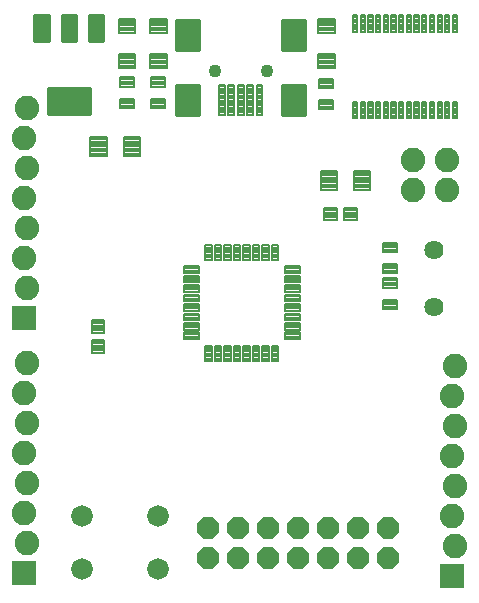
<source format=gts>
G75*
G70*
%OFA0B0*%
%FSLAX24Y24*%
%IPPOS*%
%LPD*%
%AMOC8*
5,1,8,0,0,1.08239X$1,22.5*
%
%ADD10C,0.0081*%
%ADD11C,0.0640*%
%ADD12C,0.0083*%
%ADD13C,0.0080*%
%ADD14C,0.0083*%
%ADD15C,0.0087*%
%ADD16C,0.0434*%
%ADD17C,0.0084*%
%ADD18C,0.0085*%
%ADD19R,0.0820X0.0820*%
%ADD20C,0.0820*%
%ADD21OC8,0.0720*%
%ADD22C,0.0720*%
%ADD23C,0.0082*%
%ADD24C,0.0081*%
D10*
X006989Y008201D02*
X007209Y008201D01*
X006989Y008201D02*
X006989Y008701D01*
X007209Y008701D01*
X007209Y008201D01*
X007209Y008281D02*
X006989Y008281D01*
X006989Y008361D02*
X007209Y008361D01*
X007209Y008441D02*
X006989Y008441D01*
X006989Y008521D02*
X007209Y008521D01*
X007209Y008601D02*
X006989Y008601D01*
X006989Y008681D02*
X007209Y008681D01*
X007304Y008201D02*
X007524Y008201D01*
X007304Y008201D02*
X007304Y008701D01*
X007524Y008701D01*
X007524Y008201D01*
X007524Y008281D02*
X007304Y008281D01*
X007304Y008361D02*
X007524Y008361D01*
X007524Y008441D02*
X007304Y008441D01*
X007304Y008521D02*
X007524Y008521D01*
X007524Y008601D02*
X007304Y008601D01*
X007304Y008681D02*
X007524Y008681D01*
X007619Y008201D02*
X007839Y008201D01*
X007619Y008201D02*
X007619Y008701D01*
X007839Y008701D01*
X007839Y008201D01*
X007839Y008281D02*
X007619Y008281D01*
X007619Y008361D02*
X007839Y008361D01*
X007839Y008441D02*
X007619Y008441D01*
X007619Y008521D02*
X007839Y008521D01*
X007839Y008601D02*
X007619Y008601D01*
X007619Y008681D02*
X007839Y008681D01*
X007934Y008201D02*
X008154Y008201D01*
X007934Y008201D02*
X007934Y008701D01*
X008154Y008701D01*
X008154Y008201D01*
X008154Y008281D02*
X007934Y008281D01*
X007934Y008361D02*
X008154Y008361D01*
X008154Y008441D02*
X007934Y008441D01*
X007934Y008521D02*
X008154Y008521D01*
X008154Y008601D02*
X007934Y008601D01*
X007934Y008681D02*
X008154Y008681D01*
X008249Y008201D02*
X008469Y008201D01*
X008249Y008201D02*
X008249Y008701D01*
X008469Y008701D01*
X008469Y008201D01*
X008469Y008281D02*
X008249Y008281D01*
X008249Y008361D02*
X008469Y008361D01*
X008469Y008441D02*
X008249Y008441D01*
X008249Y008521D02*
X008469Y008521D01*
X008469Y008601D02*
X008249Y008601D01*
X008249Y008681D02*
X008469Y008681D01*
X008564Y008201D02*
X008784Y008201D01*
X008564Y008201D02*
X008564Y008701D01*
X008784Y008701D01*
X008784Y008201D01*
X008784Y008281D02*
X008564Y008281D01*
X008564Y008361D02*
X008784Y008361D01*
X008784Y008441D02*
X008564Y008441D01*
X008564Y008521D02*
X008784Y008521D01*
X008784Y008601D02*
X008564Y008601D01*
X008564Y008681D02*
X008784Y008681D01*
X008879Y008201D02*
X009099Y008201D01*
X008879Y008201D02*
X008879Y008701D01*
X009099Y008701D01*
X009099Y008201D01*
X009099Y008281D02*
X008879Y008281D01*
X008879Y008361D02*
X009099Y008361D01*
X009099Y008441D02*
X008879Y008441D01*
X008879Y008521D02*
X009099Y008521D01*
X009099Y008601D02*
X008879Y008601D01*
X008879Y008681D02*
X009099Y008681D01*
X009193Y008201D02*
X009413Y008201D01*
X009193Y008201D02*
X009193Y008701D01*
X009413Y008701D01*
X009413Y008201D01*
X009413Y008281D02*
X009193Y008281D01*
X009193Y008361D02*
X009413Y008361D01*
X009413Y008441D02*
X009193Y008441D01*
X009193Y008521D02*
X009413Y008521D01*
X009413Y008601D02*
X009193Y008601D01*
X009193Y008681D02*
X009413Y008681D01*
X009641Y008929D02*
X010141Y008929D01*
X009641Y008929D02*
X009641Y009149D01*
X010141Y009149D01*
X010141Y008929D01*
X010141Y009009D02*
X009641Y009009D01*
X009641Y009089D02*
X010141Y009089D01*
X010141Y009244D02*
X009641Y009244D01*
X009641Y009464D01*
X010141Y009464D01*
X010141Y009244D01*
X010141Y009324D02*
X009641Y009324D01*
X009641Y009404D02*
X010141Y009404D01*
X010141Y009559D02*
X009641Y009559D01*
X009641Y009779D01*
X010141Y009779D01*
X010141Y009559D01*
X010141Y009639D02*
X009641Y009639D01*
X009641Y009719D02*
X010141Y009719D01*
X010141Y009874D02*
X009641Y009874D01*
X009641Y010094D01*
X010141Y010094D01*
X010141Y009874D01*
X010141Y009954D02*
X009641Y009954D01*
X009641Y010034D02*
X010141Y010034D01*
X010141Y010189D02*
X009641Y010189D01*
X009641Y010409D01*
X010141Y010409D01*
X010141Y010189D01*
X010141Y010269D02*
X009641Y010269D01*
X009641Y010349D02*
X010141Y010349D01*
X010141Y010504D02*
X009641Y010504D01*
X009641Y010724D01*
X010141Y010724D01*
X010141Y010504D01*
X010141Y010584D02*
X009641Y010584D01*
X009641Y010664D02*
X010141Y010664D01*
X010141Y010819D02*
X009641Y010819D01*
X009641Y011039D01*
X010141Y011039D01*
X010141Y010819D01*
X010141Y010899D02*
X009641Y010899D01*
X009641Y010979D02*
X010141Y010979D01*
X010141Y011133D02*
X009641Y011133D01*
X009641Y011353D01*
X010141Y011353D01*
X010141Y011133D01*
X010141Y011213D02*
X009641Y011213D01*
X009641Y011293D02*
X010141Y011293D01*
X009413Y011581D02*
X009193Y011581D01*
X009193Y012081D01*
X009413Y012081D01*
X009413Y011581D01*
X009413Y011661D02*
X009193Y011661D01*
X009193Y011741D02*
X009413Y011741D01*
X009413Y011821D02*
X009193Y011821D01*
X009193Y011901D02*
X009413Y011901D01*
X009413Y011981D02*
X009193Y011981D01*
X009193Y012061D02*
X009413Y012061D01*
X009099Y011581D02*
X008879Y011581D01*
X008879Y012081D01*
X009099Y012081D01*
X009099Y011581D01*
X009099Y011661D02*
X008879Y011661D01*
X008879Y011741D02*
X009099Y011741D01*
X009099Y011821D02*
X008879Y011821D01*
X008879Y011901D02*
X009099Y011901D01*
X009099Y011981D02*
X008879Y011981D01*
X008879Y012061D02*
X009099Y012061D01*
X008784Y011581D02*
X008564Y011581D01*
X008564Y012081D01*
X008784Y012081D01*
X008784Y011581D01*
X008784Y011661D02*
X008564Y011661D01*
X008564Y011741D02*
X008784Y011741D01*
X008784Y011821D02*
X008564Y011821D01*
X008564Y011901D02*
X008784Y011901D01*
X008784Y011981D02*
X008564Y011981D01*
X008564Y012061D02*
X008784Y012061D01*
X008469Y011581D02*
X008249Y011581D01*
X008249Y012081D01*
X008469Y012081D01*
X008469Y011581D01*
X008469Y011661D02*
X008249Y011661D01*
X008249Y011741D02*
X008469Y011741D01*
X008469Y011821D02*
X008249Y011821D01*
X008249Y011901D02*
X008469Y011901D01*
X008469Y011981D02*
X008249Y011981D01*
X008249Y012061D02*
X008469Y012061D01*
X008154Y011581D02*
X007934Y011581D01*
X007934Y012081D01*
X008154Y012081D01*
X008154Y011581D01*
X008154Y011661D02*
X007934Y011661D01*
X007934Y011741D02*
X008154Y011741D01*
X008154Y011821D02*
X007934Y011821D01*
X007934Y011901D02*
X008154Y011901D01*
X008154Y011981D02*
X007934Y011981D01*
X007934Y012061D02*
X008154Y012061D01*
X007839Y011581D02*
X007619Y011581D01*
X007619Y012081D01*
X007839Y012081D01*
X007839Y011581D01*
X007839Y011661D02*
X007619Y011661D01*
X007619Y011741D02*
X007839Y011741D01*
X007839Y011821D02*
X007619Y011821D01*
X007619Y011901D02*
X007839Y011901D01*
X007839Y011981D02*
X007619Y011981D01*
X007619Y012061D02*
X007839Y012061D01*
X007524Y011581D02*
X007304Y011581D01*
X007304Y012081D01*
X007524Y012081D01*
X007524Y011581D01*
X007524Y011661D02*
X007304Y011661D01*
X007304Y011741D02*
X007524Y011741D01*
X007524Y011821D02*
X007304Y011821D01*
X007304Y011901D02*
X007524Y011901D01*
X007524Y011981D02*
X007304Y011981D01*
X007304Y012061D02*
X007524Y012061D01*
X007209Y011581D02*
X006989Y011581D01*
X006989Y012081D01*
X007209Y012081D01*
X007209Y011581D01*
X007209Y011661D02*
X006989Y011661D01*
X006989Y011741D02*
X007209Y011741D01*
X007209Y011821D02*
X006989Y011821D01*
X006989Y011901D02*
X007209Y011901D01*
X007209Y011981D02*
X006989Y011981D01*
X006989Y012061D02*
X007209Y012061D01*
X006761Y011133D02*
X006261Y011133D01*
X006261Y011353D01*
X006761Y011353D01*
X006761Y011133D01*
X006761Y011213D02*
X006261Y011213D01*
X006261Y011293D02*
X006761Y011293D01*
X006761Y010819D02*
X006261Y010819D01*
X006261Y011039D01*
X006761Y011039D01*
X006761Y010819D01*
X006761Y010899D02*
X006261Y010899D01*
X006261Y010979D02*
X006761Y010979D01*
X006761Y010504D02*
X006261Y010504D01*
X006261Y010724D01*
X006761Y010724D01*
X006761Y010504D01*
X006761Y010584D02*
X006261Y010584D01*
X006261Y010664D02*
X006761Y010664D01*
X006761Y010189D02*
X006261Y010189D01*
X006261Y010409D01*
X006761Y010409D01*
X006761Y010189D01*
X006761Y010269D02*
X006261Y010269D01*
X006261Y010349D02*
X006761Y010349D01*
X006761Y009874D02*
X006261Y009874D01*
X006261Y010094D01*
X006761Y010094D01*
X006761Y009874D01*
X006761Y009954D02*
X006261Y009954D01*
X006261Y010034D02*
X006761Y010034D01*
X006761Y009559D02*
X006261Y009559D01*
X006261Y009779D01*
X006761Y009779D01*
X006761Y009559D01*
X006761Y009639D02*
X006261Y009639D01*
X006261Y009719D02*
X006761Y009719D01*
X006761Y009244D02*
X006261Y009244D01*
X006261Y009464D01*
X006761Y009464D01*
X006761Y009244D01*
X006761Y009324D02*
X006261Y009324D01*
X006261Y009404D02*
X006761Y009404D01*
X006761Y008929D02*
X006261Y008929D01*
X006261Y009149D01*
X006761Y009149D01*
X006761Y008929D01*
X006761Y009009D02*
X006261Y009009D01*
X006261Y009089D02*
X006761Y009089D01*
D11*
X014621Y010011D03*
X014621Y011911D03*
D12*
X012906Y011829D02*
X012906Y012141D01*
X013376Y012141D01*
X013376Y011829D01*
X012906Y011829D01*
X012906Y011911D02*
X013376Y011911D01*
X013376Y011993D02*
X012906Y011993D01*
X012906Y012075D02*
X013376Y012075D01*
X012906Y011433D02*
X012906Y011121D01*
X012906Y011433D02*
X013376Y011433D01*
X013376Y011121D01*
X012906Y011121D01*
X012906Y011203D02*
X013376Y011203D01*
X013376Y011285D02*
X012906Y011285D01*
X012906Y011367D02*
X013376Y011367D01*
X012906Y010951D02*
X012906Y010639D01*
X012906Y010951D02*
X013376Y010951D01*
X013376Y010639D01*
X012906Y010639D01*
X012906Y010721D02*
X013376Y010721D01*
X013376Y010803D02*
X012906Y010803D01*
X012906Y010885D02*
X013376Y010885D01*
X012906Y010243D02*
X012906Y009931D01*
X012906Y010243D02*
X013376Y010243D01*
X013376Y009931D01*
X012906Y009931D01*
X012906Y010013D02*
X013376Y010013D01*
X013376Y010095D02*
X012906Y010095D01*
X012906Y010177D02*
X013376Y010177D01*
X010786Y016591D02*
X010786Y016903D01*
X011256Y016903D01*
X011256Y016591D01*
X010786Y016591D01*
X010786Y016673D02*
X011256Y016673D01*
X011256Y016755D02*
X010786Y016755D01*
X010786Y016837D02*
X011256Y016837D01*
X010786Y017299D02*
X010786Y017611D01*
X011256Y017611D01*
X011256Y017299D01*
X010786Y017299D01*
X010786Y017381D02*
X011256Y017381D01*
X011256Y017463D02*
X010786Y017463D01*
X010786Y017545D02*
X011256Y017545D01*
X005186Y017651D02*
X005186Y017339D01*
X005186Y017651D02*
X005656Y017651D01*
X005656Y017339D01*
X005186Y017339D01*
X005186Y017421D02*
X005656Y017421D01*
X005656Y017503D02*
X005186Y017503D01*
X005186Y017585D02*
X005656Y017585D01*
X005186Y016943D02*
X005186Y016631D01*
X005186Y016943D02*
X005656Y016943D01*
X005656Y016631D01*
X005186Y016631D01*
X005186Y016713D02*
X005656Y016713D01*
X005656Y016795D02*
X005186Y016795D01*
X005186Y016877D02*
X005656Y016877D01*
X004616Y016943D02*
X004616Y016631D01*
X004146Y016631D01*
X004146Y016943D01*
X004616Y016943D01*
X004616Y016713D02*
X004146Y016713D01*
X004146Y016795D02*
X004616Y016795D01*
X004616Y016877D02*
X004146Y016877D01*
X004616Y017339D02*
X004616Y017651D01*
X004616Y017339D02*
X004146Y017339D01*
X004146Y017651D01*
X004616Y017651D01*
X004616Y017421D02*
X004146Y017421D01*
X004146Y017503D02*
X004616Y017503D01*
X004616Y017585D02*
X004146Y017585D01*
D13*
X007433Y017389D02*
X007433Y016405D01*
X007433Y017389D02*
X007629Y017389D01*
X007629Y016405D01*
X007433Y016405D01*
X007433Y016484D02*
X007629Y016484D01*
X007629Y016563D02*
X007433Y016563D01*
X007433Y016642D02*
X007629Y016642D01*
X007629Y016721D02*
X007433Y016721D01*
X007433Y016800D02*
X007629Y016800D01*
X007629Y016879D02*
X007433Y016879D01*
X007433Y016958D02*
X007629Y016958D01*
X007629Y017037D02*
X007433Y017037D01*
X007433Y017116D02*
X007629Y017116D01*
X007629Y017195D02*
X007433Y017195D01*
X007433Y017274D02*
X007629Y017274D01*
X007629Y017353D02*
X007433Y017353D01*
X007748Y017389D02*
X007748Y016405D01*
X007748Y017389D02*
X007944Y017389D01*
X007944Y016405D01*
X007748Y016405D01*
X007748Y016484D02*
X007944Y016484D01*
X007944Y016563D02*
X007748Y016563D01*
X007748Y016642D02*
X007944Y016642D01*
X007944Y016721D02*
X007748Y016721D01*
X007748Y016800D02*
X007944Y016800D01*
X007944Y016879D02*
X007748Y016879D01*
X007748Y016958D02*
X007944Y016958D01*
X007944Y017037D02*
X007748Y017037D01*
X007748Y017116D02*
X007944Y017116D01*
X007944Y017195D02*
X007748Y017195D01*
X007748Y017274D02*
X007944Y017274D01*
X007944Y017353D02*
X007748Y017353D01*
X008063Y017389D02*
X008063Y016405D01*
X008063Y017389D02*
X008259Y017389D01*
X008259Y016405D01*
X008063Y016405D01*
X008063Y016484D02*
X008259Y016484D01*
X008259Y016563D02*
X008063Y016563D01*
X008063Y016642D02*
X008259Y016642D01*
X008259Y016721D02*
X008063Y016721D01*
X008063Y016800D02*
X008259Y016800D01*
X008259Y016879D02*
X008063Y016879D01*
X008063Y016958D02*
X008259Y016958D01*
X008259Y017037D02*
X008063Y017037D01*
X008063Y017116D02*
X008259Y017116D01*
X008259Y017195D02*
X008063Y017195D01*
X008063Y017274D02*
X008259Y017274D01*
X008259Y017353D02*
X008063Y017353D01*
X008378Y017389D02*
X008378Y016405D01*
X008378Y017389D02*
X008574Y017389D01*
X008574Y016405D01*
X008378Y016405D01*
X008378Y016484D02*
X008574Y016484D01*
X008574Y016563D02*
X008378Y016563D01*
X008378Y016642D02*
X008574Y016642D01*
X008574Y016721D02*
X008378Y016721D01*
X008378Y016800D02*
X008574Y016800D01*
X008574Y016879D02*
X008378Y016879D01*
X008378Y016958D02*
X008574Y016958D01*
X008574Y017037D02*
X008378Y017037D01*
X008378Y017116D02*
X008574Y017116D01*
X008574Y017195D02*
X008378Y017195D01*
X008378Y017274D02*
X008574Y017274D01*
X008574Y017353D02*
X008378Y017353D01*
X008693Y017389D02*
X008693Y016405D01*
X008693Y017389D02*
X008889Y017389D01*
X008889Y016405D01*
X008693Y016405D01*
X008693Y016484D02*
X008889Y016484D01*
X008889Y016563D02*
X008693Y016563D01*
X008693Y016642D02*
X008889Y016642D01*
X008889Y016721D02*
X008693Y016721D01*
X008693Y016800D02*
X008889Y016800D01*
X008889Y016879D02*
X008693Y016879D01*
X008693Y016958D02*
X008889Y016958D01*
X008889Y017037D02*
X008693Y017037D01*
X008693Y017116D02*
X008889Y017116D01*
X008889Y017195D02*
X008693Y017195D01*
X008693Y017274D02*
X008889Y017274D01*
X008889Y017353D02*
X008693Y017353D01*
X011910Y016847D02*
X012046Y016847D01*
X012046Y016297D01*
X011910Y016297D01*
X011910Y016847D01*
X011910Y016376D02*
X012046Y016376D01*
X012046Y016455D02*
X011910Y016455D01*
X011910Y016534D02*
X012046Y016534D01*
X012046Y016613D02*
X011910Y016613D01*
X011910Y016692D02*
X012046Y016692D01*
X012046Y016771D02*
X011910Y016771D01*
X012166Y016847D02*
X012302Y016847D01*
X012302Y016297D01*
X012166Y016297D01*
X012166Y016847D01*
X012166Y016376D02*
X012302Y016376D01*
X012302Y016455D02*
X012166Y016455D01*
X012166Y016534D02*
X012302Y016534D01*
X012302Y016613D02*
X012166Y016613D01*
X012166Y016692D02*
X012302Y016692D01*
X012302Y016771D02*
X012166Y016771D01*
X012422Y016847D02*
X012558Y016847D01*
X012558Y016297D01*
X012422Y016297D01*
X012422Y016847D01*
X012422Y016376D02*
X012558Y016376D01*
X012558Y016455D02*
X012422Y016455D01*
X012422Y016534D02*
X012558Y016534D01*
X012558Y016613D02*
X012422Y016613D01*
X012422Y016692D02*
X012558Y016692D01*
X012558Y016771D02*
X012422Y016771D01*
X012677Y016847D02*
X012813Y016847D01*
X012813Y016297D01*
X012677Y016297D01*
X012677Y016847D01*
X012677Y016376D02*
X012813Y016376D01*
X012813Y016455D02*
X012677Y016455D01*
X012677Y016534D02*
X012813Y016534D01*
X012813Y016613D02*
X012677Y016613D01*
X012677Y016692D02*
X012813Y016692D01*
X012813Y016771D02*
X012677Y016771D01*
X012933Y016847D02*
X013069Y016847D01*
X013069Y016297D01*
X012933Y016297D01*
X012933Y016847D01*
X012933Y016376D02*
X013069Y016376D01*
X013069Y016455D02*
X012933Y016455D01*
X012933Y016534D02*
X013069Y016534D01*
X013069Y016613D02*
X012933Y016613D01*
X012933Y016692D02*
X013069Y016692D01*
X013069Y016771D02*
X012933Y016771D01*
X013189Y016847D02*
X013325Y016847D01*
X013325Y016297D01*
X013189Y016297D01*
X013189Y016847D01*
X013189Y016376D02*
X013325Y016376D01*
X013325Y016455D02*
X013189Y016455D01*
X013189Y016534D02*
X013325Y016534D01*
X013325Y016613D02*
X013189Y016613D01*
X013189Y016692D02*
X013325Y016692D01*
X013325Y016771D02*
X013189Y016771D01*
X013445Y016847D02*
X013581Y016847D01*
X013581Y016297D01*
X013445Y016297D01*
X013445Y016847D01*
X013445Y016376D02*
X013581Y016376D01*
X013581Y016455D02*
X013445Y016455D01*
X013445Y016534D02*
X013581Y016534D01*
X013581Y016613D02*
X013445Y016613D01*
X013445Y016692D02*
X013581Y016692D01*
X013581Y016771D02*
X013445Y016771D01*
X013701Y016847D02*
X013837Y016847D01*
X013837Y016297D01*
X013701Y016297D01*
X013701Y016847D01*
X013701Y016376D02*
X013837Y016376D01*
X013837Y016455D02*
X013701Y016455D01*
X013701Y016534D02*
X013837Y016534D01*
X013837Y016613D02*
X013701Y016613D01*
X013701Y016692D02*
X013837Y016692D01*
X013837Y016771D02*
X013701Y016771D01*
X013957Y016847D02*
X014093Y016847D01*
X014093Y016297D01*
X013957Y016297D01*
X013957Y016847D01*
X013957Y016376D02*
X014093Y016376D01*
X014093Y016455D02*
X013957Y016455D01*
X013957Y016534D02*
X014093Y016534D01*
X014093Y016613D02*
X013957Y016613D01*
X013957Y016692D02*
X014093Y016692D01*
X014093Y016771D02*
X013957Y016771D01*
X014213Y016847D02*
X014349Y016847D01*
X014349Y016297D01*
X014213Y016297D01*
X014213Y016847D01*
X014213Y016376D02*
X014349Y016376D01*
X014349Y016455D02*
X014213Y016455D01*
X014213Y016534D02*
X014349Y016534D01*
X014349Y016613D02*
X014213Y016613D01*
X014213Y016692D02*
X014349Y016692D01*
X014349Y016771D02*
X014213Y016771D01*
X014469Y016847D02*
X014605Y016847D01*
X014605Y016297D01*
X014469Y016297D01*
X014469Y016847D01*
X014469Y016376D02*
X014605Y016376D01*
X014605Y016455D02*
X014469Y016455D01*
X014469Y016534D02*
X014605Y016534D01*
X014605Y016613D02*
X014469Y016613D01*
X014469Y016692D02*
X014605Y016692D01*
X014605Y016771D02*
X014469Y016771D01*
X014725Y016847D02*
X014861Y016847D01*
X014861Y016297D01*
X014725Y016297D01*
X014725Y016847D01*
X014725Y016376D02*
X014861Y016376D01*
X014861Y016455D02*
X014725Y016455D01*
X014725Y016534D02*
X014861Y016534D01*
X014861Y016613D02*
X014725Y016613D01*
X014725Y016692D02*
X014861Y016692D01*
X014861Y016771D02*
X014725Y016771D01*
X014981Y016847D02*
X015117Y016847D01*
X015117Y016297D01*
X014981Y016297D01*
X014981Y016847D01*
X014981Y016376D02*
X015117Y016376D01*
X015117Y016455D02*
X014981Y016455D01*
X014981Y016534D02*
X015117Y016534D01*
X015117Y016613D02*
X014981Y016613D01*
X014981Y016692D02*
X015117Y016692D01*
X015117Y016771D02*
X014981Y016771D01*
X015236Y016847D02*
X015372Y016847D01*
X015372Y016297D01*
X015236Y016297D01*
X015236Y016847D01*
X015236Y016376D02*
X015372Y016376D01*
X015372Y016455D02*
X015236Y016455D01*
X015236Y016534D02*
X015372Y016534D01*
X015372Y016613D02*
X015236Y016613D01*
X015236Y016692D02*
X015372Y016692D01*
X015372Y016771D02*
X015236Y016771D01*
X015236Y019725D02*
X015372Y019725D01*
X015372Y019175D01*
X015236Y019175D01*
X015236Y019725D01*
X015236Y019254D02*
X015372Y019254D01*
X015372Y019333D02*
X015236Y019333D01*
X015236Y019412D02*
X015372Y019412D01*
X015372Y019491D02*
X015236Y019491D01*
X015236Y019570D02*
X015372Y019570D01*
X015372Y019649D02*
X015236Y019649D01*
X015117Y019725D02*
X014981Y019725D01*
X015117Y019725D02*
X015117Y019175D01*
X014981Y019175D01*
X014981Y019725D01*
X014981Y019254D02*
X015117Y019254D01*
X015117Y019333D02*
X014981Y019333D01*
X014981Y019412D02*
X015117Y019412D01*
X015117Y019491D02*
X014981Y019491D01*
X014981Y019570D02*
X015117Y019570D01*
X015117Y019649D02*
X014981Y019649D01*
X014861Y019725D02*
X014725Y019725D01*
X014861Y019725D02*
X014861Y019175D01*
X014725Y019175D01*
X014725Y019725D01*
X014725Y019254D02*
X014861Y019254D01*
X014861Y019333D02*
X014725Y019333D01*
X014725Y019412D02*
X014861Y019412D01*
X014861Y019491D02*
X014725Y019491D01*
X014725Y019570D02*
X014861Y019570D01*
X014861Y019649D02*
X014725Y019649D01*
X014605Y019725D02*
X014469Y019725D01*
X014605Y019725D02*
X014605Y019175D01*
X014469Y019175D01*
X014469Y019725D01*
X014469Y019254D02*
X014605Y019254D01*
X014605Y019333D02*
X014469Y019333D01*
X014469Y019412D02*
X014605Y019412D01*
X014605Y019491D02*
X014469Y019491D01*
X014469Y019570D02*
X014605Y019570D01*
X014605Y019649D02*
X014469Y019649D01*
X014349Y019725D02*
X014213Y019725D01*
X014349Y019725D02*
X014349Y019175D01*
X014213Y019175D01*
X014213Y019725D01*
X014213Y019254D02*
X014349Y019254D01*
X014349Y019333D02*
X014213Y019333D01*
X014213Y019412D02*
X014349Y019412D01*
X014349Y019491D02*
X014213Y019491D01*
X014213Y019570D02*
X014349Y019570D01*
X014349Y019649D02*
X014213Y019649D01*
X014093Y019725D02*
X013957Y019725D01*
X014093Y019725D02*
X014093Y019175D01*
X013957Y019175D01*
X013957Y019725D01*
X013957Y019254D02*
X014093Y019254D01*
X014093Y019333D02*
X013957Y019333D01*
X013957Y019412D02*
X014093Y019412D01*
X014093Y019491D02*
X013957Y019491D01*
X013957Y019570D02*
X014093Y019570D01*
X014093Y019649D02*
X013957Y019649D01*
X013837Y019725D02*
X013701Y019725D01*
X013837Y019725D02*
X013837Y019175D01*
X013701Y019175D01*
X013701Y019725D01*
X013701Y019254D02*
X013837Y019254D01*
X013837Y019333D02*
X013701Y019333D01*
X013701Y019412D02*
X013837Y019412D01*
X013837Y019491D02*
X013701Y019491D01*
X013701Y019570D02*
X013837Y019570D01*
X013837Y019649D02*
X013701Y019649D01*
X013581Y019725D02*
X013445Y019725D01*
X013581Y019725D02*
X013581Y019175D01*
X013445Y019175D01*
X013445Y019725D01*
X013445Y019254D02*
X013581Y019254D01*
X013581Y019333D02*
X013445Y019333D01*
X013445Y019412D02*
X013581Y019412D01*
X013581Y019491D02*
X013445Y019491D01*
X013445Y019570D02*
X013581Y019570D01*
X013581Y019649D02*
X013445Y019649D01*
X013325Y019725D02*
X013189Y019725D01*
X013325Y019725D02*
X013325Y019175D01*
X013189Y019175D01*
X013189Y019725D01*
X013189Y019254D02*
X013325Y019254D01*
X013325Y019333D02*
X013189Y019333D01*
X013189Y019412D02*
X013325Y019412D01*
X013325Y019491D02*
X013189Y019491D01*
X013189Y019570D02*
X013325Y019570D01*
X013325Y019649D02*
X013189Y019649D01*
X013069Y019725D02*
X012933Y019725D01*
X013069Y019725D02*
X013069Y019175D01*
X012933Y019175D01*
X012933Y019725D01*
X012933Y019254D02*
X013069Y019254D01*
X013069Y019333D02*
X012933Y019333D01*
X012933Y019412D02*
X013069Y019412D01*
X013069Y019491D02*
X012933Y019491D01*
X012933Y019570D02*
X013069Y019570D01*
X013069Y019649D02*
X012933Y019649D01*
X012813Y019725D02*
X012677Y019725D01*
X012813Y019725D02*
X012813Y019175D01*
X012677Y019175D01*
X012677Y019725D01*
X012677Y019254D02*
X012813Y019254D01*
X012813Y019333D02*
X012677Y019333D01*
X012677Y019412D02*
X012813Y019412D01*
X012813Y019491D02*
X012677Y019491D01*
X012677Y019570D02*
X012813Y019570D01*
X012813Y019649D02*
X012677Y019649D01*
X012558Y019725D02*
X012422Y019725D01*
X012558Y019725D02*
X012558Y019175D01*
X012422Y019175D01*
X012422Y019725D01*
X012422Y019254D02*
X012558Y019254D01*
X012558Y019333D02*
X012422Y019333D01*
X012422Y019412D02*
X012558Y019412D01*
X012558Y019491D02*
X012422Y019491D01*
X012422Y019570D02*
X012558Y019570D01*
X012558Y019649D02*
X012422Y019649D01*
X012302Y019725D02*
X012166Y019725D01*
X012302Y019725D02*
X012302Y019175D01*
X012166Y019175D01*
X012166Y019725D01*
X012166Y019254D02*
X012302Y019254D01*
X012302Y019333D02*
X012166Y019333D01*
X012166Y019412D02*
X012302Y019412D01*
X012302Y019491D02*
X012166Y019491D01*
X012166Y019570D02*
X012302Y019570D01*
X012302Y019649D02*
X012166Y019649D01*
X012046Y019725D02*
X011910Y019725D01*
X012046Y019725D02*
X012046Y019175D01*
X011910Y019175D01*
X011910Y019725D01*
X011910Y019254D02*
X012046Y019254D01*
X012046Y019333D02*
X011910Y019333D01*
X011910Y019412D02*
X012046Y019412D01*
X012046Y019491D02*
X011910Y019491D01*
X011910Y019570D02*
X012046Y019570D01*
X012046Y019649D02*
X011910Y019649D01*
D14*
X010747Y019607D02*
X010747Y019137D01*
X010747Y019607D02*
X011295Y019607D01*
X011295Y019137D01*
X010747Y019137D01*
X010747Y019219D02*
X011295Y019219D01*
X011295Y019301D02*
X010747Y019301D01*
X010747Y019383D02*
X011295Y019383D01*
X011295Y019465D02*
X010747Y019465D01*
X010747Y019547D02*
X011295Y019547D01*
X010747Y018426D02*
X010747Y017956D01*
X010747Y018426D02*
X011295Y018426D01*
X011295Y017956D01*
X010747Y017956D01*
X010747Y018038D02*
X011295Y018038D01*
X011295Y018120D02*
X010747Y018120D01*
X010747Y018202D02*
X011295Y018202D01*
X011295Y018284D02*
X010747Y018284D01*
X010747Y018366D02*
X011295Y018366D01*
X005147Y018426D02*
X005147Y017956D01*
X005147Y018426D02*
X005695Y018426D01*
X005695Y017956D01*
X005147Y017956D01*
X005147Y018038D02*
X005695Y018038D01*
X005695Y018120D02*
X005147Y018120D01*
X005147Y018202D02*
X005695Y018202D01*
X005695Y018284D02*
X005147Y018284D01*
X005147Y018366D02*
X005695Y018366D01*
X005147Y019137D02*
X005147Y019607D01*
X005695Y019607D01*
X005695Y019137D01*
X005147Y019137D01*
X005147Y019219D02*
X005695Y019219D01*
X005695Y019301D02*
X005147Y019301D01*
X005147Y019383D02*
X005695Y019383D01*
X005695Y019465D02*
X005147Y019465D01*
X005147Y019547D02*
X005695Y019547D01*
X004107Y019607D02*
X004107Y019137D01*
X004107Y019607D02*
X004655Y019607D01*
X004655Y019137D01*
X004107Y019137D01*
X004107Y019219D02*
X004655Y019219D01*
X004655Y019301D02*
X004107Y019301D01*
X004107Y019383D02*
X004655Y019383D01*
X004655Y019465D02*
X004107Y019465D01*
X004107Y019547D02*
X004655Y019547D01*
X004107Y018426D02*
X004107Y017956D01*
X004107Y018426D02*
X004655Y018426D01*
X004655Y017956D01*
X004107Y017956D01*
X004107Y018038D02*
X004655Y018038D01*
X004655Y018120D02*
X004107Y018120D01*
X004107Y018202D02*
X004655Y018202D01*
X004655Y018284D02*
X004107Y018284D01*
X004107Y018366D02*
X004655Y018366D01*
D15*
X005999Y018573D02*
X005999Y019551D01*
X006779Y019551D01*
X006779Y018573D01*
X005999Y018573D01*
X005999Y018659D02*
X006779Y018659D01*
X006779Y018745D02*
X005999Y018745D01*
X005999Y018831D02*
X006779Y018831D01*
X006779Y018917D02*
X005999Y018917D01*
X005999Y019003D02*
X006779Y019003D01*
X006779Y019089D02*
X005999Y019089D01*
X005999Y019175D02*
X006779Y019175D01*
X006779Y019261D02*
X005999Y019261D01*
X005999Y019347D02*
X006779Y019347D01*
X006779Y019433D02*
X005999Y019433D01*
X005999Y019519D02*
X006779Y019519D01*
X005999Y017386D02*
X005999Y016408D01*
X005999Y017386D02*
X006779Y017386D01*
X006779Y016408D01*
X005999Y016408D01*
X005999Y016494D02*
X006779Y016494D01*
X006779Y016580D02*
X005999Y016580D01*
X005999Y016666D02*
X006779Y016666D01*
X006779Y016752D02*
X005999Y016752D01*
X005999Y016838D02*
X006779Y016838D01*
X006779Y016924D02*
X005999Y016924D01*
X005999Y017010D02*
X006779Y017010D01*
X006779Y017096D02*
X005999Y017096D01*
X005999Y017182D02*
X006779Y017182D01*
X006779Y017268D02*
X005999Y017268D01*
X005999Y017354D02*
X006779Y017354D01*
X009543Y017386D02*
X009543Y016408D01*
X009543Y017386D02*
X010323Y017386D01*
X010323Y016408D01*
X009543Y016408D01*
X009543Y016494D02*
X010323Y016494D01*
X010323Y016580D02*
X009543Y016580D01*
X009543Y016666D02*
X010323Y016666D01*
X010323Y016752D02*
X009543Y016752D01*
X009543Y016838D02*
X010323Y016838D01*
X010323Y016924D02*
X009543Y016924D01*
X009543Y017010D02*
X010323Y017010D01*
X010323Y017096D02*
X009543Y017096D01*
X009543Y017182D02*
X010323Y017182D01*
X010323Y017268D02*
X009543Y017268D01*
X009543Y017354D02*
X010323Y017354D01*
X009543Y018573D02*
X009543Y019551D01*
X010323Y019551D01*
X010323Y018573D01*
X009543Y018573D01*
X009543Y018659D02*
X010323Y018659D01*
X010323Y018745D02*
X009543Y018745D01*
X009543Y018831D02*
X010323Y018831D01*
X010323Y018917D02*
X009543Y018917D01*
X009543Y019003D02*
X010323Y019003D01*
X010323Y019089D02*
X009543Y019089D01*
X009543Y019175D02*
X010323Y019175D01*
X010323Y019261D02*
X009543Y019261D01*
X009543Y019347D02*
X010323Y019347D01*
X010323Y019433D02*
X009543Y019433D01*
X009543Y019519D02*
X010323Y019519D01*
D16*
X009027Y017881D03*
X007295Y017881D03*
D17*
X003579Y019729D02*
X003103Y019729D01*
X003579Y019729D02*
X003579Y018853D01*
X003103Y018853D01*
X003103Y019729D01*
X003103Y018936D02*
X003579Y018936D01*
X003579Y019019D02*
X003103Y019019D01*
X003103Y019102D02*
X003579Y019102D01*
X003579Y019185D02*
X003103Y019185D01*
X003103Y019268D02*
X003579Y019268D01*
X003579Y019351D02*
X003103Y019351D01*
X003103Y019434D02*
X003579Y019434D01*
X003579Y019517D02*
X003103Y019517D01*
X003103Y019600D02*
X003579Y019600D01*
X003579Y019683D02*
X003103Y019683D01*
X002669Y019729D02*
X002193Y019729D01*
X002669Y019729D02*
X002669Y018853D01*
X002193Y018853D01*
X002193Y019729D01*
X002193Y018936D02*
X002669Y018936D01*
X002669Y019019D02*
X002193Y019019D01*
X002193Y019102D02*
X002669Y019102D01*
X002669Y019185D02*
X002193Y019185D01*
X002193Y019268D02*
X002669Y019268D01*
X002669Y019351D02*
X002193Y019351D01*
X002193Y019434D02*
X002669Y019434D01*
X002669Y019517D02*
X002193Y019517D01*
X002193Y019600D02*
X002669Y019600D01*
X002669Y019683D02*
X002193Y019683D01*
X001759Y019729D02*
X001283Y019729D01*
X001759Y019729D02*
X001759Y018853D01*
X001283Y018853D01*
X001283Y019729D01*
X001283Y018936D02*
X001759Y018936D01*
X001759Y019019D02*
X001283Y019019D01*
X001283Y019102D02*
X001759Y019102D01*
X001759Y019185D02*
X001283Y019185D01*
X001283Y019268D02*
X001759Y019268D01*
X001759Y019351D02*
X001283Y019351D01*
X001283Y019434D02*
X001759Y019434D01*
X001759Y019517D02*
X001283Y019517D01*
X001283Y019600D02*
X001759Y019600D01*
X001759Y019683D02*
X001283Y019683D01*
D18*
X001725Y017282D02*
X003137Y017282D01*
X003137Y016420D01*
X001725Y016420D01*
X001725Y017282D01*
X001725Y016504D02*
X003137Y016504D01*
X003137Y016588D02*
X001725Y016588D01*
X001725Y016672D02*
X003137Y016672D01*
X003137Y016756D02*
X001725Y016756D01*
X001725Y016840D02*
X003137Y016840D01*
X003137Y016924D02*
X001725Y016924D01*
X001725Y017008D02*
X003137Y017008D01*
X003137Y017092D02*
X001725Y017092D01*
X001725Y017176D02*
X003137Y017176D01*
X003137Y017260D02*
X001725Y017260D01*
D19*
X000931Y001141D03*
X000931Y009641D03*
X015211Y001021D03*
D20*
X015311Y002021D03*
X015211Y003021D03*
X015311Y004021D03*
X015211Y005021D03*
X015311Y006021D03*
X015211Y007021D03*
X015311Y008021D03*
X015031Y013901D03*
X015031Y014901D03*
X013891Y014901D03*
X013891Y013901D03*
X001031Y014641D03*
X000931Y013641D03*
X001031Y012641D03*
X000931Y011641D03*
X001031Y010641D03*
X001031Y008141D03*
X000931Y007141D03*
X001031Y006141D03*
X000931Y005141D03*
X001031Y004141D03*
X000931Y003141D03*
X001031Y002141D03*
X000931Y015641D03*
X001031Y016641D03*
D21*
X007081Y002641D03*
X007081Y001641D03*
X008081Y001641D03*
X008081Y002641D03*
X009081Y002641D03*
X009081Y001641D03*
X010081Y001641D03*
X010081Y002641D03*
X011081Y002641D03*
X011081Y001641D03*
X012081Y001641D03*
X012081Y002641D03*
X013081Y002641D03*
X013081Y001641D03*
D22*
X005421Y001251D03*
X005421Y003031D03*
X002861Y003031D03*
X002861Y001251D03*
D23*
X010836Y013907D02*
X010836Y014535D01*
X011384Y014535D01*
X011384Y013907D01*
X010836Y013907D01*
X010836Y013988D02*
X011384Y013988D01*
X011384Y014069D02*
X010836Y014069D01*
X010836Y014150D02*
X011384Y014150D01*
X011384Y014231D02*
X010836Y014231D01*
X010836Y014312D02*
X011384Y014312D01*
X011384Y014393D02*
X010836Y014393D01*
X010836Y014474D02*
X011384Y014474D01*
X011938Y014535D02*
X011938Y013907D01*
X011938Y014535D02*
X012486Y014535D01*
X012486Y013907D01*
X011938Y013907D01*
X011938Y013988D02*
X012486Y013988D01*
X012486Y014069D02*
X011938Y014069D01*
X011938Y014150D02*
X012486Y014150D01*
X012486Y014231D02*
X011938Y014231D01*
X011938Y014312D02*
X012486Y014312D01*
X012486Y014393D02*
X011938Y014393D01*
X011938Y014474D02*
X012486Y014474D01*
X004258Y015027D02*
X004258Y015655D01*
X004806Y015655D01*
X004806Y015027D01*
X004258Y015027D01*
X004258Y015108D02*
X004806Y015108D01*
X004806Y015189D02*
X004258Y015189D01*
X004258Y015270D02*
X004806Y015270D01*
X004806Y015351D02*
X004258Y015351D01*
X004258Y015432D02*
X004806Y015432D01*
X004806Y015513D02*
X004258Y015513D01*
X004258Y015594D02*
X004806Y015594D01*
X003156Y015655D02*
X003156Y015027D01*
X003156Y015655D02*
X003704Y015655D01*
X003704Y015027D01*
X003156Y015027D01*
X003156Y015108D02*
X003704Y015108D01*
X003704Y015189D02*
X003156Y015189D01*
X003156Y015270D02*
X003704Y015270D01*
X003704Y015351D02*
X003156Y015351D01*
X003156Y015432D02*
X003704Y015432D01*
X003704Y015513D02*
X003156Y015513D01*
X003156Y015594D02*
X003704Y015594D01*
D24*
X003224Y009572D02*
X003224Y009140D01*
X003224Y009572D02*
X003618Y009572D01*
X003618Y009140D01*
X003224Y009140D01*
X003224Y009220D02*
X003618Y009220D01*
X003618Y009300D02*
X003224Y009300D01*
X003224Y009380D02*
X003618Y009380D01*
X003618Y009460D02*
X003224Y009460D01*
X003224Y009540D02*
X003618Y009540D01*
X003224Y008902D02*
X003224Y008470D01*
X003224Y008902D02*
X003618Y008902D01*
X003618Y008470D01*
X003224Y008470D01*
X003224Y008550D02*
X003618Y008550D01*
X003618Y008630D02*
X003224Y008630D01*
X003224Y008710D02*
X003618Y008710D01*
X003618Y008790D02*
X003224Y008790D01*
X003224Y008870D02*
X003618Y008870D01*
X010950Y012904D02*
X011382Y012904D01*
X010950Y012904D02*
X010950Y013298D01*
X011382Y013298D01*
X011382Y012904D01*
X011382Y012984D02*
X010950Y012984D01*
X010950Y013064D02*
X011382Y013064D01*
X011382Y013144D02*
X010950Y013144D01*
X010950Y013224D02*
X011382Y013224D01*
X011620Y012904D02*
X012052Y012904D01*
X011620Y012904D02*
X011620Y013298D01*
X012052Y013298D01*
X012052Y012904D01*
X012052Y012984D02*
X011620Y012984D01*
X011620Y013064D02*
X012052Y013064D01*
X012052Y013144D02*
X011620Y013144D01*
X011620Y013224D02*
X012052Y013224D01*
M02*

</source>
